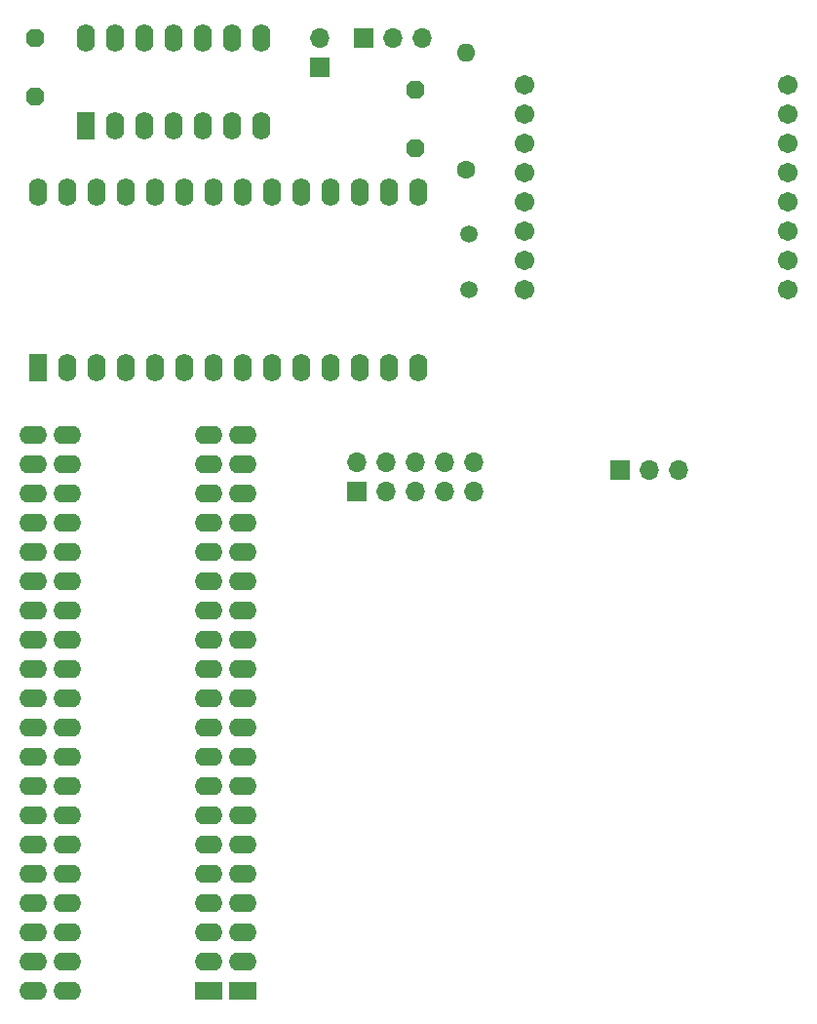
<source format=gbs>
G04 #@! TF.GenerationSoftware,KiCad,Pcbnew,(6.0.5)*
G04 #@! TF.CreationDate,2022-12-14T22:29:40+01:00*
G04 #@! TF.ProjectId,Link232-wifi,4c696e6b-3233-4322-9d77-6966692e6b69,rev?*
G04 #@! TF.SameCoordinates,Original*
G04 #@! TF.FileFunction,Soldermask,Bot*
G04 #@! TF.FilePolarity,Negative*
%FSLAX46Y46*%
G04 Gerber Fmt 4.6, Leading zero omitted, Abs format (unit mm)*
G04 Created by KiCad (PCBNEW (6.0.5)) date 2022-12-14 22:29:40*
%MOMM*%
%LPD*%
G01*
G04 APERTURE LIST*
G04 Aperture macros list*
%AMFreePoly0*
4,1,25,0.389919,0.742596,0.402042,0.732242,0.732242,0.402042,0.760749,0.346094,0.762000,0.330200,0.762000,-0.330200,0.742596,-0.389919,0.732242,-0.402042,0.402042,-0.732242,0.346094,-0.760749,0.330200,-0.762000,-0.330200,-0.762000,-0.389919,-0.742596,-0.402042,-0.732242,-0.732242,-0.402042,-0.760749,-0.346094,-0.762000,-0.330200,-0.762000,0.330200,-0.742596,0.389919,-0.732242,0.402042,
-0.402042,0.732242,-0.346094,0.760749,-0.330200,0.762000,0.330200,0.762000,0.389919,0.742596,0.389919,0.742596,$1*%
G04 Aperture macros list end*
%ADD10R,2.400000X1.600000*%
%ADD11O,2.400000X1.600000*%
%ADD12R,1.700000X1.700000*%
%ADD13O,1.700000X1.700000*%
%ADD14R,1.600000X2.400000*%
%ADD15O,1.600000X2.400000*%
%ADD16C,1.711200*%
%ADD17FreePoly0,90.000000*%
%ADD18C,1.500000*%
%ADD19C,1.600000*%
%ADD20O,1.600000X1.600000*%
%ADD21FreePoly0,270.000000*%
G04 APERTURE END LIST*
D10*
X133223000Y-146177000D03*
D11*
X133223000Y-143637000D03*
X133223000Y-141097000D03*
X133223000Y-138557000D03*
X133223000Y-136017000D03*
X133223000Y-133477000D03*
X133223000Y-130937000D03*
X133223000Y-128397000D03*
X133223000Y-125857000D03*
X133223000Y-123317000D03*
X133223000Y-120777000D03*
X133223000Y-118237000D03*
X133223000Y-115697000D03*
X133223000Y-113157000D03*
X133223000Y-110617000D03*
X133223000Y-108077000D03*
X133223000Y-105537000D03*
X133223000Y-102997000D03*
X133223000Y-100457000D03*
X133223000Y-97917000D03*
X117983000Y-97917000D03*
X117983000Y-100457000D03*
X117983000Y-102997000D03*
X117983000Y-105537000D03*
X117983000Y-108077000D03*
X117983000Y-110617000D03*
X117983000Y-113157000D03*
X117983000Y-115697000D03*
X117983000Y-118237000D03*
X117983000Y-120777000D03*
X117983000Y-123317000D03*
X117983000Y-125857000D03*
X117983000Y-128397000D03*
X117983000Y-130937000D03*
X117983000Y-133477000D03*
X117983000Y-136017000D03*
X117983000Y-138557000D03*
X117983000Y-141097000D03*
X117983000Y-143637000D03*
X117983000Y-146177000D03*
D12*
X146700000Y-63500000D03*
D13*
X149240000Y-63500000D03*
X151780000Y-63500000D03*
D14*
X122550000Y-71120000D03*
D15*
X125090000Y-71120000D03*
X127630000Y-71120000D03*
X130170000Y-71120000D03*
X132710000Y-71120000D03*
X135250000Y-71120000D03*
X137790000Y-71120000D03*
X137790000Y-63500000D03*
X135250000Y-63500000D03*
X132710000Y-63500000D03*
X130170000Y-63500000D03*
X127630000Y-63500000D03*
X125090000Y-63500000D03*
X122550000Y-63500000D03*
D14*
X118364000Y-92080000D03*
D15*
X120904000Y-92080000D03*
X123444000Y-92080000D03*
X125984000Y-92080000D03*
X128524000Y-92080000D03*
X131064000Y-92080000D03*
X133604000Y-92080000D03*
X136144000Y-92080000D03*
X138684000Y-92080000D03*
X141224000Y-92080000D03*
X143764000Y-92080000D03*
X146304000Y-92080000D03*
X148844000Y-92080000D03*
X151384000Y-92080000D03*
X151384000Y-76840000D03*
X148844000Y-76840000D03*
X146304000Y-76840000D03*
X143764000Y-76840000D03*
X141224000Y-76840000D03*
X138684000Y-76840000D03*
X136144000Y-76840000D03*
X133604000Y-76840000D03*
X131064000Y-76840000D03*
X128524000Y-76840000D03*
X125984000Y-76840000D03*
X123444000Y-76840000D03*
X120904000Y-76840000D03*
X118364000Y-76840000D03*
D10*
X136144000Y-146177000D03*
D11*
X136144000Y-143637000D03*
X136144000Y-141097000D03*
X136144000Y-138557000D03*
X136144000Y-136017000D03*
X136144000Y-133477000D03*
X136144000Y-130937000D03*
X136144000Y-128397000D03*
X136144000Y-125857000D03*
X136144000Y-123317000D03*
X136144000Y-120777000D03*
X136144000Y-118237000D03*
X136144000Y-115697000D03*
X136144000Y-113157000D03*
X136144000Y-110617000D03*
X136144000Y-108077000D03*
X136144000Y-105537000D03*
X136144000Y-102997000D03*
X136144000Y-100457000D03*
X136144000Y-97917000D03*
X120904000Y-97917000D03*
X120904000Y-100457000D03*
X120904000Y-102997000D03*
X120904000Y-105537000D03*
X120904000Y-108077000D03*
X120904000Y-110617000D03*
X120904000Y-113157000D03*
X120904000Y-115697000D03*
X120904000Y-118237000D03*
X120904000Y-120777000D03*
X120904000Y-123317000D03*
X120904000Y-125857000D03*
X120904000Y-128397000D03*
X120904000Y-130937000D03*
X120904000Y-133477000D03*
X120904000Y-136017000D03*
X120904000Y-138557000D03*
X120904000Y-141097000D03*
X120904000Y-143637000D03*
X120904000Y-146177000D03*
D16*
X160655000Y-67564000D03*
X160655000Y-70104000D03*
X160655000Y-72644000D03*
X160655000Y-75184000D03*
X160655000Y-77724000D03*
X160655000Y-80264000D03*
X160655000Y-82804000D03*
X160655000Y-85344000D03*
X183515000Y-67564000D03*
X183515000Y-70104000D03*
X183515000Y-72644000D03*
X183515000Y-75184000D03*
X183515000Y-77724000D03*
X183515000Y-80264000D03*
X183515000Y-82804000D03*
X183515000Y-85344000D03*
D17*
X151130000Y-73025000D03*
X151130000Y-67945000D03*
D18*
X155829000Y-80481000D03*
X155829000Y-85361000D03*
D12*
X142875000Y-66045000D03*
D13*
X142875000Y-63505000D03*
D19*
X155575000Y-74930000D03*
D20*
X155575000Y-64770000D03*
D21*
X118110000Y-63500000D03*
X118110000Y-68580000D03*
D12*
X168925000Y-100965000D03*
D13*
X171465000Y-100965000D03*
X174005000Y-100965000D03*
D12*
X146055000Y-102875000D03*
D13*
X146055000Y-100335000D03*
X148595000Y-102875000D03*
X148595000Y-100335000D03*
X151135000Y-102875000D03*
X151135000Y-100335000D03*
X153675000Y-102875000D03*
X153675000Y-100335000D03*
X156215000Y-102875000D03*
X156215000Y-100335000D03*
M02*

</source>
